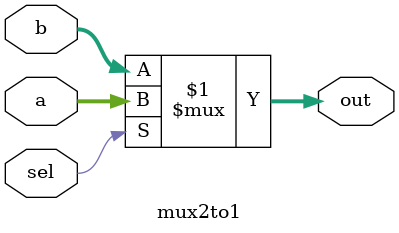
<source format=v>
module mux2to1(
	input 	[31:0] 	a,
	input 	[31:0]	b,
	input 			sel,
	output 	[31:0] 	out
);

assign out = sel ? a : b;
endmodule
</source>
